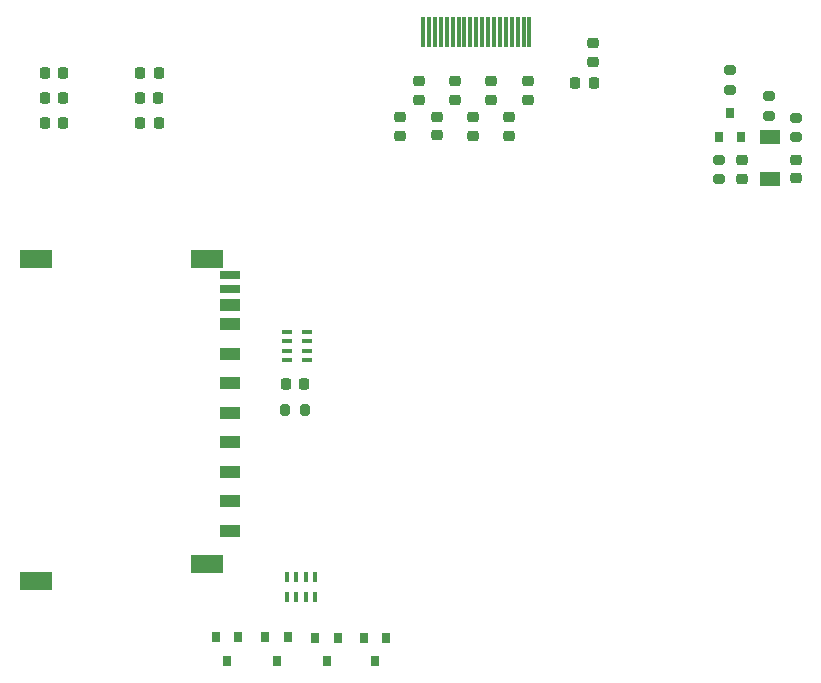
<source format=gbr>
%TF.GenerationSoftware,KiCad,Pcbnew,6.0.2+dfsg-1*%
%TF.CreationDate,2023-04-03T20:21:33+02:00*%
%TF.ProjectId,CYC10 Board,43594331-3020-4426-9f61-72642e6b6963,rev?*%
%TF.SameCoordinates,Original*%
%TF.FileFunction,Paste,Top*%
%TF.FilePolarity,Positive*%
%FSLAX46Y46*%
G04 Gerber Fmt 4.6, Leading zero omitted, Abs format (unit mm)*
G04 Created by KiCad (PCBNEW 6.0.2+dfsg-1) date 2023-04-03 20:21:33*
%MOMM*%
%LPD*%
G01*
G04 APERTURE LIST*
G04 Aperture macros list*
%AMRoundRect*
0 Rectangle with rounded corners*
0 $1 Rounding radius*
0 $2 $3 $4 $5 $6 $7 $8 $9 X,Y pos of 4 corners*
0 Add a 4 corners polygon primitive as box body*
4,1,4,$2,$3,$4,$5,$6,$7,$8,$9,$2,$3,0*
0 Add four circle primitives for the rounded corners*
1,1,$1+$1,$2,$3*
1,1,$1+$1,$4,$5*
1,1,$1+$1,$6,$7*
1,1,$1+$1,$8,$9*
0 Add four rect primitives between the rounded corners*
20,1,$1+$1,$2,$3,$4,$5,0*
20,1,$1+$1,$4,$5,$6,$7,0*
20,1,$1+$1,$6,$7,$8,$9,0*
20,1,$1+$1,$8,$9,$2,$3,0*%
G04 Aperture macros list end*
%ADD10RoundRect,0.225000X0.225000X0.250000X-0.225000X0.250000X-0.225000X-0.250000X0.225000X-0.250000X0*%
%ADD11RoundRect,0.200000X0.200000X0.275000X-0.200000X0.275000X-0.200000X-0.275000X0.200000X-0.275000X0*%
%ADD12RoundRect,0.218750X-0.256250X0.218750X-0.256250X-0.218750X0.256250X-0.218750X0.256250X0.218750X0*%
%ADD13RoundRect,0.225000X-0.225000X-0.250000X0.225000X-0.250000X0.225000X0.250000X-0.225000X0.250000X0*%
%ADD14R,0.300000X2.600000*%
%ADD15RoundRect,0.218750X-0.218750X-0.256250X0.218750X-0.256250X0.218750X0.256250X-0.218750X0.256250X0*%
%ADD16R,0.800000X0.900000*%
%ADD17RoundRect,0.225000X-0.250000X0.225000X-0.250000X-0.225000X0.250000X-0.225000X0.250000X0.225000X0*%
%ADD18RoundRect,0.225000X0.250000X-0.225000X0.250000X0.225000X-0.250000X0.225000X-0.250000X-0.225000X0*%
%ADD19R,1.700000X1.300000*%
%ADD20RoundRect,0.200000X-0.275000X0.200000X-0.275000X-0.200000X0.275000X-0.200000X0.275000X0.200000X0*%
%ADD21RoundRect,0.200000X0.275000X-0.200000X0.275000X0.200000X-0.275000X0.200000X-0.275000X-0.200000X0*%
%ADD22R,0.425000X0.900000*%
%ADD23R,0.900000X0.425000*%
%ADD24R,1.800000X0.700000*%
%ADD25R,2.800000X1.500000*%
%ADD26R,1.800000X1.000000*%
G04 APERTURE END LIST*
D10*
%TO.C,C1*%
X41623300Y-59624000D03*
X40073300Y-59624000D03*
%TD*%
D11*
%TO.C,R1*%
X41653000Y-61869400D03*
X40003000Y-61869400D03*
%TD*%
D12*
%TO.C,R9*%
X51310500Y-34025700D03*
X51310500Y-35600700D03*
%TD*%
%TO.C,R10*%
X49763700Y-37040700D03*
X49763700Y-38615700D03*
%TD*%
%TO.C,R12*%
X54401700Y-34005400D03*
X54401700Y-35580400D03*
%TD*%
%TO.C,R13*%
X55925700Y-37050900D03*
X55925700Y-38625900D03*
%TD*%
%TO.C,R14*%
X57470000Y-34033400D03*
X57470000Y-35608400D03*
%TD*%
%TO.C,R16*%
X60538400Y-34010500D03*
X60538400Y-35585500D03*
%TD*%
D10*
%TO.C,C16*%
X21232200Y-37546300D03*
X19682200Y-37546300D03*
%TD*%
%TO.C,C17*%
X29301800Y-37518400D03*
X27751800Y-37518400D03*
%TD*%
D13*
%TO.C,C18*%
X19641600Y-33324800D03*
X21191600Y-33324800D03*
%TD*%
%TO.C,C19*%
X27756900Y-33324800D03*
X29306900Y-33324800D03*
%TD*%
D14*
%TO.C,J8*%
X51689900Y-29810700D03*
X52189900Y-29810700D03*
X52689900Y-29810700D03*
X53189900Y-29810700D03*
X53689900Y-29810700D03*
X54189900Y-29810700D03*
X54689900Y-29810700D03*
X55189900Y-29810700D03*
X55689900Y-29810700D03*
X56189900Y-29810700D03*
X56689900Y-29810700D03*
X57189900Y-29810700D03*
X57689900Y-29810700D03*
X58189900Y-29810700D03*
X58689900Y-29810700D03*
X59189900Y-29810700D03*
X59689900Y-29810700D03*
X60189900Y-29810700D03*
X60689900Y-29810700D03*
%TD*%
D12*
%TO.C,R11*%
X52857400Y-37028000D03*
X52857400Y-38603000D03*
%TD*%
%TO.C,R17*%
X66045100Y-30815100D03*
X66045100Y-32390100D03*
%TD*%
D15*
%TO.C,R18*%
X64543800Y-34163000D03*
X66118800Y-34163000D03*
%TD*%
D13*
%TO.C,R21*%
X19667000Y-35420300D03*
X21217000Y-35420300D03*
%TD*%
%TO.C,R22*%
X27726400Y-35425400D03*
X29276400Y-35425400D03*
%TD*%
D16*
%TO.C,D3*%
X40231100Y-81103100D03*
X38331100Y-81103100D03*
X39281100Y-83103100D03*
%TD*%
%TO.C,D1*%
X36045100Y-81108100D03*
X34145100Y-81108100D03*
X35095100Y-83108100D03*
%TD*%
%TO.C,D4*%
X44465200Y-81130900D03*
X42565200Y-81130900D03*
X43515200Y-83130900D03*
%TD*%
%TO.C,D2*%
X48549500Y-81138900D03*
X46649500Y-81138900D03*
X47599500Y-83138900D03*
%TD*%
D12*
%TO.C,R15*%
X58999100Y-37058500D03*
X58999100Y-38633500D03*
%TD*%
D17*
%TO.C,C2*%
X78724700Y-40723600D03*
X78724700Y-42273600D03*
%TD*%
D18*
%TO.C,C3*%
X83281500Y-42243100D03*
X83281500Y-40693100D03*
%TD*%
D19*
%TO.C,D5*%
X81020900Y-42278300D03*
X81020900Y-38778300D03*
%TD*%
D16*
%TO.C,Q1*%
X76718100Y-38714000D03*
X78618100Y-38714000D03*
X77668100Y-36714000D03*
%TD*%
D20*
%TO.C,R28*%
X77668100Y-33094200D03*
X77668100Y-34744200D03*
%TD*%
%TO.C,R29*%
X76708000Y-40668500D03*
X76708000Y-42318500D03*
%TD*%
D21*
%TO.C,R30*%
X83256100Y-38777700D03*
X83256100Y-37127700D03*
%TD*%
D20*
%TO.C,R31*%
X80985300Y-35273500D03*
X80985300Y-36923500D03*
%TD*%
D22*
%TO.C,RN1*%
X40151200Y-77720500D03*
X40951200Y-77720500D03*
X41751200Y-77720500D03*
X42551200Y-77720500D03*
X42551200Y-76020500D03*
X41751200Y-76020500D03*
X40951200Y-76020500D03*
X40151200Y-76020500D03*
%TD*%
D23*
%TO.C,RN4*%
X41840500Y-57633700D03*
X41840500Y-56833700D03*
X41840500Y-56033700D03*
X41840500Y-55233700D03*
X40140500Y-55233700D03*
X40140500Y-56033700D03*
X40140500Y-56833700D03*
X40140500Y-57633700D03*
%TD*%
D24*
%TO.C,P1*%
X35369320Y-51641400D03*
D25*
X33419270Y-49072100D03*
X33419270Y-74872100D03*
X18919300Y-49072100D03*
X18919300Y-76372100D03*
D26*
X35369320Y-69591370D03*
X35369320Y-67091370D03*
X35369320Y-64591370D03*
X35369320Y-62091372D03*
X35369320Y-59591370D03*
X35369320Y-57091370D03*
X35369320Y-54591370D03*
X35369320Y-52941370D03*
X35369320Y-72091370D03*
D24*
X35369320Y-50441400D03*
%TD*%
M02*

</source>
